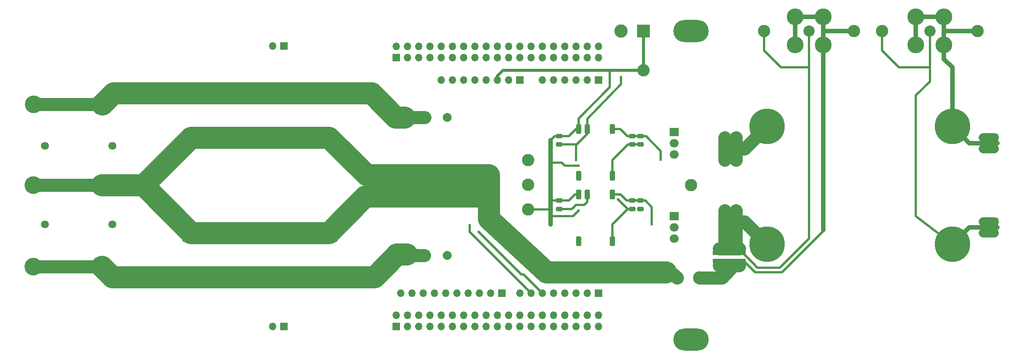
<source format=gbr>
%TF.GenerationSoftware,KiCad,Pcbnew,8.0.8*%
%TF.CreationDate,2025-05-22T14:29:20-05:00*%
%TF.ProjectId,ST2402,53543234-3032-42e6-9b69-6361645f7063,1*%
%TF.SameCoordinates,Original*%
%TF.FileFunction,Copper,L2,Bot*%
%TF.FilePolarity,Positive*%
%FSLAX46Y46*%
G04 Gerber Fmt 4.6, Leading zero omitted, Abs format (unit mm)*
G04 Created by KiCad (PCBNEW 8.0.8) date 2025-05-22 14:29:20*
%MOMM*%
%LPD*%
G01*
G04 APERTURE LIST*
G04 Aperture macros list*
%AMRoundRect*
0 Rectangle with rounded corners*
0 $1 Rounding radius*
0 $2 $3 $4 $5 $6 $7 $8 $9 X,Y pos of 4 corners*
0 Add a 4 corners polygon primitive as box body*
4,1,4,$2,$3,$4,$5,$6,$7,$8,$9,$2,$3,0*
0 Add four circle primitives for the rounded corners*
1,1,$1+$1,$2,$3*
1,1,$1+$1,$4,$5*
1,1,$1+$1,$6,$7*
1,1,$1+$1,$8,$9*
0 Add four rect primitives between the rounded corners*
20,1,$1+$1,$2,$3,$4,$5,0*
20,1,$1+$1,$4,$5,$6,$7,0*
20,1,$1+$1,$6,$7,$8,$9,0*
20,1,$1+$1,$8,$9,$2,$3,0*%
G04 Aperture macros list end*
%TA.AperFunction,ComponentPad*%
%ADD10O,8.000000X5.000000*%
%TD*%
%TA.AperFunction,ComponentPad*%
%ADD11C,2.800000*%
%TD*%
%TA.AperFunction,ComponentPad*%
%ADD12C,2.540000*%
%TD*%
%TA.AperFunction,ComponentPad*%
%ADD13C,3.810000*%
%TD*%
%TA.AperFunction,ComponentPad*%
%ADD14C,2.000000*%
%TD*%
%TA.AperFunction,ComponentPad*%
%ADD15R,1.700000X1.700000*%
%TD*%
%TA.AperFunction,ComponentPad*%
%ADD16O,1.700000X1.700000*%
%TD*%
%TA.AperFunction,ComponentPad*%
%ADD17R,2.000000X1.905000*%
%TD*%
%TA.AperFunction,ComponentPad*%
%ADD18O,2.000000X1.905000*%
%TD*%
%TA.AperFunction,ComponentPad*%
%ADD19C,8.000000*%
%TD*%
%TA.AperFunction,ComponentPad*%
%ADD20C,3.000000*%
%TD*%
%TA.AperFunction,ComponentPad*%
%ADD21R,3.000000X3.000000*%
%TD*%
%TA.AperFunction,ComponentPad*%
%ADD22C,1.800000*%
%TD*%
%TA.AperFunction,ComponentPad*%
%ADD23R,4.000000X4.000000*%
%TD*%
%TA.AperFunction,ComponentPad*%
%ADD24C,4.000000*%
%TD*%
%TA.AperFunction,SMDPad,CuDef*%
%ADD25RoundRect,0.300000X-0.300000X-0.800000X0.300000X-0.800000X0.300000X0.800000X-0.300000X0.800000X0*%
%TD*%
%TA.AperFunction,SMDPad,CuDef*%
%ADD26RoundRect,0.250000X0.475000X-0.250000X0.475000X0.250000X-0.475000X0.250000X-0.475000X-0.250000X0*%
%TD*%
%TA.AperFunction,SMDPad,CuDef*%
%ADD27RoundRect,0.250000X0.450000X-0.262500X0.450000X0.262500X-0.450000X0.262500X-0.450000X-0.262500X0*%
%TD*%
%TA.AperFunction,ViaPad*%
%ADD28C,0.600000*%
%TD*%
%TA.AperFunction,Conductor*%
%ADD29C,0.500000*%
%TD*%
%TA.AperFunction,Conductor*%
%ADD30C,0.700000*%
%TD*%
%TA.AperFunction,Conductor*%
%ADD31C,1.000000*%
%TD*%
%TA.AperFunction,Conductor*%
%ADD32C,3.000000*%
%TD*%
%TA.AperFunction,Conductor*%
%ADD33C,5.000000*%
%TD*%
%TA.AperFunction,Conductor*%
%ADD34C,2.000000*%
%TD*%
G04 APERTURE END LIST*
D10*
%TO.P,TP2,1,1*%
%TO.N,Net-(J19-In)*%
X184150000Y-132080000D03*
%TD*%
%TO.P,TP1,1,1*%
%TO.N,FIX_A*%
X184150000Y-62230000D03*
%TD*%
D11*
%TO.P,TP12,1,1*%
%TO.N,GND*%
X173355000Y-71120000D03*
%TD*%
%TO.P,TP11,1,1*%
%TO.N,GND*%
X147320000Y-102616000D03*
%TD*%
%TO.P,TP6,1,1*%
%TO.N,FIX_A*%
X184150000Y-97155000D03*
%TD*%
%TO.P,TP15,1,1*%
%TO.N,Net-(J18-Pin_1)*%
X220980000Y-62230000D03*
%TD*%
%TO.P,TP14,1,1*%
%TO.N,Net-(J19-In)*%
X200660000Y-62230000D03*
%TD*%
%TO.P,TP13,1,1*%
%TO.N,Net-(J12-Pin_1)*%
X248920000Y-62230000D03*
%TD*%
%TO.P,TP10,1,1*%
%TO.N,Net-(J11-Pin_1)*%
X227330000Y-62230000D03*
%TD*%
%TO.P,TP5,1,1*%
%TO.N,PWM_L*%
X147320000Y-97028000D03*
%TD*%
%TO.P,TP4,1,1*%
%TO.N,PWM_U*%
X147320000Y-91440000D03*
%TD*%
D12*
%TO.P,J19,1,In*%
%TO.N,Net-(J19-In)*%
X210820000Y-62230000D03*
D13*
%TO.P,J19,2,Ext*%
%TO.N,Net-(J18-Pin_1)*%
X207645000Y-59055000D03*
X207645000Y-65405000D03*
X213995000Y-59055000D03*
X213995000Y-65405000D03*
%TD*%
D12*
%TO.P,J13,1,In*%
%TO.N,Net-(J11-Pin_1)*%
X238125000Y-62230000D03*
D13*
%TO.P,J13,2,Ext*%
%TO.N,Net-(J12-Pin_1)*%
X234950000Y-59055000D03*
X234950000Y-65405000D03*
X241300000Y-59055000D03*
X241300000Y-65405000D03*
%TD*%
D14*
%TO.P,F2,1*%
%TO.N,Net-(Q2-S)*%
X129032000Y-113040000D03*
%TO.P,F2,2*%
%TO.N,Net-(J17-Pin_1)*%
X123952000Y-113030000D03*
%TD*%
D15*
%TO.P,J11,1,Pin_1*%
%TO.N,Net-(J11-Pin_1)*%
X252750000Y-105430000D03*
D16*
%TO.P,J11,2,Pin_2*%
X250210000Y-105430000D03*
%TO.P,J11,3,Pin_3*%
X252750000Y-107970000D03*
%TO.P,J11,4,Pin_4*%
X250210000Y-107970000D03*
%TD*%
D17*
%TO.P,Q1,1,G*%
%TO.N,Net-(Q1-G)*%
X180340000Y-85090000D03*
D18*
%TO.P,Q1,2,D*%
%TO.N,Net-(Q1-D)*%
X180340000Y-87630000D03*
%TO.P,Q1,3,S*%
%TO.N,FIX_A*%
X180340000Y-90170000D03*
%TD*%
D15*
%TO.P,J22,1,Pin_1*%
%TO.N,Net-(J19-In)*%
X191765000Y-102885000D03*
D16*
%TO.P,J22,2,Pin_2*%
X194305000Y-102885000D03*
%TO.P,J22,3,Pin_3*%
X191765000Y-105425000D03*
%TO.P,J22,4,Pin_4*%
X194305000Y-105425000D03*
%TO.P,J22,5,Pin_5*%
X191765000Y-107965000D03*
%TO.P,J22,6,Pin_6*%
X194305000Y-107965000D03*
%TD*%
D15*
%TO.P,J2,1,Pin_1*%
%TO.N,unconnected-(J2-Pin_1-Pad1)*%
X117475000Y-68275000D03*
D16*
%TO.P,J2,2,Pin_2*%
%TO.N,unconnected-(J2-Pin_2-Pad2)*%
X117475000Y-65735000D03*
%TO.P,J2,3,Pin_3*%
%TO.N,unconnected-(J2-Pin_3-Pad3)*%
X120015000Y-68275000D03*
%TO.P,J2,4,Pin_4*%
%TO.N,unconnected-(J2-Pin_4-Pad4)*%
X120015000Y-65735000D03*
%TO.P,J2,5,Pin_5*%
%TO.N,unconnected-(J2-Pin_5-Pad5)*%
X122555000Y-68275000D03*
%TO.P,J2,6,Pin_6*%
%TO.N,unconnected-(J2-Pin_6-Pad6)*%
X122555000Y-65735000D03*
%TO.P,J2,7,Pin_7*%
%TO.N,unconnected-(J2-Pin_7-Pad7)*%
X125095000Y-68275000D03*
%TO.P,J2,8,Pin_8*%
%TO.N,unconnected-(J2-Pin_8-Pad8)*%
X125095000Y-65735000D03*
%TO.P,J2,9,Pin_9*%
%TO.N,unconnected-(J2-Pin_9-Pad9)*%
X127635000Y-68275000D03*
%TO.P,J2,10,Pin_10*%
%TO.N,unconnected-(J2-Pin_10-Pad10)*%
X127635000Y-65735000D03*
%TO.P,J2,11,Pin_11*%
%TO.N,unconnected-(J2-Pin_11-Pad11)*%
X130175000Y-68275000D03*
%TO.P,J2,12,Pin_12*%
%TO.N,unconnected-(J2-Pin_12-Pad12)*%
X130175000Y-65735000D03*
%TO.P,J2,13,Pin_13*%
%TO.N,unconnected-(J2-Pin_13-Pad13)*%
X132715000Y-68275000D03*
%TO.P,J2,14,Pin_14*%
%TO.N,unconnected-(J2-Pin_14-Pad14)*%
X132715000Y-65735000D03*
%TO.P,J2,15,Pin_15*%
%TO.N,unconnected-(J2-Pin_15-Pad15)*%
X135255000Y-68275000D03*
%TO.P,J2,16,Pin_16*%
%TO.N,unconnected-(J2-Pin_16-Pad16)*%
X135255000Y-65735000D03*
%TO.P,J2,17,Pin_17*%
%TO.N,unconnected-(J2-Pin_17-Pad17)*%
X137795000Y-68275000D03*
%TO.P,J2,18,Pin_18*%
%TO.N,unconnected-(J2-Pin_18-Pad18)*%
X137795000Y-65735000D03*
%TO.P,J2,19,Pin_19*%
%TO.N,unconnected-(J2-Pin_19-Pad19)*%
X140335000Y-68275000D03*
%TO.P,J2,20,Pin_20*%
%TO.N,unconnected-(J2-Pin_20-Pad20)*%
X140335000Y-65735000D03*
%TO.P,J2,21,Pin_21*%
%TO.N,unconnected-(J2-Pin_21-Pad21)*%
X142875000Y-68275000D03*
%TO.P,J2,22,Pin_22*%
%TO.N,unconnected-(J2-Pin_22-Pad22)*%
X142875000Y-65735000D03*
%TO.P,J2,23,Pin_23*%
%TO.N,unconnected-(J2-Pin_23-Pad23)*%
X145415000Y-68275000D03*
%TO.P,J2,24,Pin_24*%
%TO.N,unconnected-(J2-Pin_24-Pad24)*%
X145415000Y-65735000D03*
%TO.P,J2,25,Pin_25*%
%TO.N,unconnected-(J2-Pin_25-Pad25)*%
X147955000Y-68275000D03*
%TO.P,J2,26,Pin_26*%
%TO.N,unconnected-(J2-Pin_26-Pad26)*%
X147955000Y-65735000D03*
%TO.P,J2,27,Pin_27*%
%TO.N,unconnected-(J2-Pin_27-Pad27)*%
X150495000Y-68275000D03*
%TO.P,J2,28,Pin_28*%
%TO.N,unconnected-(J2-Pin_28-Pad28)*%
X150495000Y-65735000D03*
%TO.P,J2,29,Pin_29*%
%TO.N,unconnected-(J2-Pin_29-Pad29)*%
X153035000Y-68275000D03*
%TO.P,J2,30,Pin_30*%
%TO.N,unconnected-(J2-Pin_30-Pad30)*%
X153035000Y-65735000D03*
%TO.P,J2,31,Pin_31*%
%TO.N,unconnected-(J2-Pin_31-Pad31)*%
X155575000Y-68275000D03*
%TO.P,J2,32,Pin_32*%
%TO.N,unconnected-(J2-Pin_32-Pad32)*%
X155575000Y-65735000D03*
%TO.P,J2,33,Pin_33*%
%TO.N,unconnected-(J2-Pin_33-Pad33)*%
X158115000Y-68275000D03*
%TO.P,J2,34,Pin_34*%
%TO.N,unconnected-(J2-Pin_34-Pad34)*%
X158115000Y-65735000D03*
%TO.P,J2,35,Pin_35*%
%TO.N,unconnected-(J2-Pin_35-Pad35)*%
X160655000Y-68275000D03*
%TO.P,J2,36,Pin_36*%
%TO.N,unconnected-(J2-Pin_36-Pad36)*%
X160655000Y-65735000D03*
%TO.P,J2,37,Pin_37*%
%TO.N,unconnected-(J2-Pin_37-Pad37)*%
X163195000Y-68275000D03*
%TO.P,J2,38,Pin_38*%
%TO.N,unconnected-(J2-Pin_38-Pad38)*%
X163195000Y-65735000D03*
%TD*%
D15*
%TO.P,J12,1,Pin_1*%
%TO.N,Net-(J12-Pin_1)*%
X252750000Y-86380000D03*
D16*
%TO.P,J12,2,Pin_2*%
X250210000Y-86380000D03*
%TO.P,J12,3,Pin_3*%
X252750000Y-88920000D03*
%TO.P,J12,4,Pin_4*%
X250210000Y-88920000D03*
%TD*%
D15*
%TO.P,J4,1,Pin_1*%
%TO.N,unconnected-(J4-Pin_1-Pad1)*%
X145415000Y-73355000D03*
D16*
%TO.P,J4,2,Pin_2*%
%TO.N,unconnected-(J4-Pin_2-Pad2)*%
X142875000Y-73355000D03*
%TO.P,J4,3,Pin_3*%
%TO.N,GND*%
X140335000Y-73355000D03*
%TO.P,J4,4,Pin_4*%
%TO.N,5V*%
X137795000Y-73355000D03*
%TO.P,J4,5,Pin_5*%
%TO.N,unconnected-(J4-Pin_5-Pad5)*%
X135255000Y-73355000D03*
%TO.P,J4,6,Pin_6*%
%TO.N,unconnected-(J4-Pin_6-Pad6)*%
X132715000Y-73355000D03*
%TO.P,J4,7,Pin_7*%
%TO.N,unconnected-(J4-Pin_7-Pad7)*%
X130175000Y-73355000D03*
%TO.P,J4,8,Pin_8*%
%TO.N,unconnected-(J4-Pin_8-Pad8)*%
X127635000Y-73355000D03*
%TD*%
D19*
%TO.P,TP18,1,1*%
%TO.N,Net-(J12-Pin_1)*%
X243205000Y-83820000D03*
%TD*%
D20*
%TO.P,J14,1,Pin_1*%
%TO.N,FIX_B*%
X180975000Y-118110000D03*
%TD*%
D21*
%TO.P,J9,1,Pin_1*%
%TO.N,GND*%
X173355000Y-62230000D03*
D20*
%TO.P,J9,2,Pin_2*%
%TO.N,Net-(J9-Pin_2)*%
X168275000Y-62230000D03*
%TD*%
D14*
%TO.P,F1,1*%
%TO.N,Net-(Q1-D)*%
X129032000Y-81798000D03*
%TO.P,F1,2*%
%TO.N,Net-(J15-Pin_1)*%
X123952000Y-81788000D03*
%TD*%
D22*
%TO.P,R9,1*%
%TO.N,Net-(J15-Pin_1)*%
X38100000Y-88265000D03*
%TO.P,R9,2*%
%TO.N,FIX_B*%
X53340000Y-88265000D03*
%TD*%
D19*
%TO.P,TP17,1,1*%
%TO.N,Net-(J19-In)*%
X201295000Y-110490000D03*
%TD*%
D23*
%TO.P,C14,1*%
%TO.N,FIX_B*%
X102235000Y-107950000D03*
D24*
%TO.P,C14,2*%
%TO.N,Net-(J17-Pin_1)*%
X102235000Y-117950000D03*
%TD*%
D15*
%TO.P,J1,1,Pin_1*%
%TO.N,unconnected-(J1-Pin_1-Pad1)*%
X117475000Y-129185000D03*
D16*
%TO.P,J1,2,Pin_2*%
%TO.N,unconnected-(J1-Pin_2-Pad2)*%
X117475000Y-126645000D03*
%TO.P,J1,3,Pin_3*%
%TO.N,unconnected-(J1-Pin_3-Pad3)*%
X120015000Y-129185000D03*
%TO.P,J1,4,Pin_4*%
%TO.N,unconnected-(J1-Pin_4-Pad4)*%
X120015000Y-126645000D03*
%TO.P,J1,5,Pin_5*%
%TO.N,unconnected-(J1-Pin_5-Pad5)*%
X122555000Y-129185000D03*
%TO.P,J1,6,Pin_6*%
%TO.N,unconnected-(J1-Pin_6-Pad6)*%
X122555000Y-126645000D03*
%TO.P,J1,7,Pin_7*%
%TO.N,unconnected-(J1-Pin_7-Pad7)*%
X125095000Y-129185000D03*
%TO.P,J1,8,Pin_8*%
%TO.N,unconnected-(J1-Pin_8-Pad8)*%
X125095000Y-126645000D03*
%TO.P,J1,9,Pin_9*%
%TO.N,unconnected-(J1-Pin_9-Pad9)*%
X127635000Y-129185000D03*
%TO.P,J1,10,Pin_10*%
%TO.N,unconnected-(J1-Pin_10-Pad10)*%
X127635000Y-126645000D03*
%TO.P,J1,11,Pin_11*%
%TO.N,unconnected-(J1-Pin_11-Pad11)*%
X130175000Y-129185000D03*
%TO.P,J1,12,Pin_12*%
%TO.N,unconnected-(J1-Pin_12-Pad12)*%
X130175000Y-126645000D03*
%TO.P,J1,13,Pin_13*%
%TO.N,unconnected-(J1-Pin_13-Pad13)*%
X132715000Y-129185000D03*
%TO.P,J1,14,Pin_14*%
%TO.N,unconnected-(J1-Pin_14-Pad14)*%
X132715000Y-126645000D03*
%TO.P,J1,15,Pin_15*%
%TO.N,unconnected-(J1-Pin_15-Pad15)*%
X135255000Y-129185000D03*
%TO.P,J1,16,Pin_16*%
%TO.N,unconnected-(J1-Pin_16-Pad16)*%
X135255000Y-126645000D03*
%TO.P,J1,17,Pin_17*%
%TO.N,unconnected-(J1-Pin_17-Pad17)*%
X137795000Y-129185000D03*
%TO.P,J1,18,Pin_18*%
%TO.N,unconnected-(J1-Pin_18-Pad18)*%
X137795000Y-126645000D03*
%TO.P,J1,19,Pin_19*%
%TO.N,unconnected-(J1-Pin_19-Pad19)*%
X140335000Y-129185000D03*
%TO.P,J1,20,Pin_20*%
%TO.N,unconnected-(J1-Pin_20-Pad20)*%
X140335000Y-126645000D03*
%TO.P,J1,21,Pin_21*%
%TO.N,unconnected-(J1-Pin_21-Pad21)*%
X142875000Y-129185000D03*
%TO.P,J1,22,Pin_22*%
%TO.N,unconnected-(J1-Pin_22-Pad22)*%
X142875000Y-126645000D03*
%TO.P,J1,23,Pin_23*%
%TO.N,unconnected-(J1-Pin_23-Pad23)*%
X145415000Y-129185000D03*
%TO.P,J1,24,Pin_24*%
%TO.N,unconnected-(J1-Pin_24-Pad24)*%
X145415000Y-126645000D03*
%TO.P,J1,25,Pin_25*%
%TO.N,unconnected-(J1-Pin_25-Pad25)*%
X147955000Y-129185000D03*
%TO.P,J1,26,Pin_26*%
%TO.N,unconnected-(J1-Pin_26-Pad26)*%
X147955000Y-126645000D03*
%TO.P,J1,27,Pin_27*%
%TO.N,unconnected-(J1-Pin_27-Pad27)*%
X150495000Y-129185000D03*
%TO.P,J1,28,Pin_28*%
%TO.N,unconnected-(J1-Pin_28-Pad28)*%
X150495000Y-126645000D03*
%TO.P,J1,29,Pin_29*%
%TO.N,unconnected-(J1-Pin_29-Pad29)*%
X153035000Y-129185000D03*
%TO.P,J1,30,Pin_30*%
%TO.N,unconnected-(J1-Pin_30-Pad30)*%
X153035000Y-126645000D03*
%TO.P,J1,31,Pin_31*%
%TO.N,unconnected-(J1-Pin_31-Pad31)*%
X155575000Y-129185000D03*
%TO.P,J1,32,Pin_32*%
%TO.N,unconnected-(J1-Pin_32-Pad32)*%
X155575000Y-126645000D03*
%TO.P,J1,33,Pin_33*%
%TO.N,unconnected-(J1-Pin_33-Pad33)*%
X158115000Y-129185000D03*
%TO.P,J1,34,Pin_34*%
%TO.N,unconnected-(J1-Pin_34-Pad34)*%
X158115000Y-126645000D03*
%TO.P,J1,35,Pin_35*%
%TO.N,unconnected-(J1-Pin_35-Pad35)*%
X160655000Y-129185000D03*
%TO.P,J1,36,Pin_36*%
%TO.N,unconnected-(J1-Pin_36-Pad36)*%
X160655000Y-126645000D03*
%TO.P,J1,37,Pin_37*%
%TO.N,unconnected-(J1-Pin_37-Pad37)*%
X163195000Y-129185000D03*
%TO.P,J1,38,Pin_38*%
%TO.N,unconnected-(J1-Pin_38-Pad38)*%
X163195000Y-126645000D03*
%TD*%
D23*
%TO.P,C10,1*%
%TO.N,Net-(J15-Pin_1)*%
X71120000Y-76360000D03*
D24*
%TO.P,C10,2*%
%TO.N,FIX_B*%
X71120000Y-86360000D03*
%TD*%
D15*
%TO.P,J8,1,Pin_1*%
%TO.N,unconnected-(J8-Pin_1-Pad1)*%
X92075000Y-65659000D03*
D16*
%TO.P,J8,2,Pin_2*%
%TO.N,unconnected-(J8-Pin_2-Pad2)*%
X89535000Y-65659000D03*
%TD*%
D15*
%TO.P,J6,1,Pin_1*%
%TO.N,unconnected-(J6-Pin_1-Pad1)*%
X141395000Y-121585000D03*
D16*
%TO.P,J6,2,Pin_2*%
%TO.N,unconnected-(J6-Pin_2-Pad2)*%
X138855000Y-121585000D03*
%TO.P,J6,3,Pin_3*%
%TO.N,unconnected-(J6-Pin_3-Pad3)*%
X136315000Y-121585000D03*
%TO.P,J6,4,Pin_4*%
%TO.N,unconnected-(J6-Pin_4-Pad4)*%
X133775000Y-121585000D03*
%TO.P,J6,5,Pin_5*%
%TO.N,unconnected-(J6-Pin_5-Pad5)*%
X131235000Y-121585000D03*
%TO.P,J6,6,Pin_6*%
%TO.N,unconnected-(J6-Pin_6-Pad6)*%
X128695000Y-121585000D03*
%TO.P,J6,7,Pin_7*%
%TO.N,unconnected-(J6-Pin_7-Pad7)*%
X126155000Y-121585000D03*
%TO.P,J6,8,Pin_8*%
%TO.N,unconnected-(J6-Pin_8-Pad8)*%
X123615000Y-121585000D03*
%TO.P,J6,9,Pin_9*%
%TO.N,unconnected-(J6-Pin_9-Pad9)*%
X121075000Y-121585000D03*
%TO.P,J6,10,Pin_10*%
%TO.N,unconnected-(J6-Pin_10-Pad10)*%
X118535000Y-121585000D03*
%TD*%
D20*
%TO.P,J18,1,Pin_1*%
%TO.N,Net-(J18-Pin_1)*%
X186055000Y-118110000D03*
%TD*%
D24*
%TO.P,J16,1,Pin_1*%
%TO.N,FIX_B*%
X50930000Y-97155000D03*
X35430000Y-97155000D03*
%TD*%
D17*
%TO.P,Q2,1,G*%
%TO.N,Net-(Q2-G)*%
X180340000Y-104140000D03*
D18*
%TO.P,Q2,2,D*%
%TO.N,FIX_A*%
X180340000Y-106680000D03*
%TO.P,Q2,3,S*%
%TO.N,Net-(Q2-S)*%
X180340000Y-109220000D03*
%TD*%
D15*
%TO.P,J5,1,Pin_1*%
%TO.N,unconnected-(J5-Pin_1-Pad1)*%
X163195000Y-73355000D03*
D16*
%TO.P,J5,2,Pin_2*%
%TO.N,unconnected-(J5-Pin_2-Pad2)*%
X160655000Y-73355000D03*
%TO.P,J5,3,Pin_3*%
%TO.N,unconnected-(J5-Pin_3-Pad3)*%
X158115000Y-73355000D03*
%TO.P,J5,4,Pin_4*%
%TO.N,unconnected-(J5-Pin_4-Pad4)*%
X155575000Y-73355000D03*
%TO.P,J5,5,Pin_5*%
%TO.N,unconnected-(J5-Pin_5-Pad5)*%
X153035000Y-73355000D03*
%TO.P,J5,6,Pin_6*%
%TO.N,unconnected-(J5-Pin_6-Pad6)*%
X150495000Y-73355000D03*
%TD*%
D19*
%TO.P,TP16,1,1*%
%TO.N,FIX_A*%
X201295000Y-83820000D03*
%TD*%
D22*
%TO.P,R10,1*%
%TO.N,FIX_B*%
X53340000Y-106045000D03*
%TO.P,R10,2*%
%TO.N,Net-(J17-Pin_1)*%
X38100000Y-106045000D03*
%TD*%
D24*
%TO.P,J17,1,Pin_1*%
%TO.N,Net-(J17-Pin_1)*%
X50930000Y-115570000D03*
X35430000Y-115570000D03*
%TD*%
%TO.P,J15,1,Pin_1*%
%TO.N,Net-(J15-Pin_1)*%
X51060000Y-78900000D03*
X35560000Y-78900000D03*
%TD*%
D23*
%TO.P,C13,1*%
%TO.N,FIX_B*%
X71120000Y-107950000D03*
D24*
%TO.P,C13,2*%
%TO.N,Net-(J17-Pin_1)*%
X71120000Y-117950000D03*
%TD*%
D15*
%TO.P,J7,1,Pin_1*%
%TO.N,unconnected-(J7-Pin_1-Pad1)*%
X92075000Y-129185000D03*
D16*
%TO.P,J7,2,Pin_2*%
%TO.N,unconnected-(J7-Pin_2-Pad2)*%
X89535000Y-129185000D03*
%TD*%
D15*
%TO.P,J3,1,Pin_1*%
%TO.N,unconnected-(J3-Pin_1-Pad1)*%
X163195000Y-121585000D03*
D16*
%TO.P,J3,2,Pin_2*%
%TO.N,unconnected-(J3-Pin_2-Pad2)*%
X160655000Y-121585000D03*
%TO.P,J3,3,Pin_3*%
%TO.N,unconnected-(J3-Pin_3-Pad3)*%
X158115000Y-121585000D03*
%TO.P,J3,4,Pin_4*%
%TO.N,unconnected-(J3-Pin_4-Pad4)*%
X155575000Y-121585000D03*
%TO.P,J3,5,Pin_5*%
%TO.N,unconnected-(J3-Pin_5-Pad5)*%
X153035000Y-121585000D03*
%TO.P,J3,6,Pin_6*%
%TO.N,PWM_L*%
X150495000Y-121585000D03*
%TO.P,J3,7,Pin_7*%
%TO.N,PWM_U*%
X147955000Y-121585000D03*
%TO.P,J3,8,Pin_8*%
%TO.N,unconnected-(J3-Pin_8-Pad8)*%
X145415000Y-121585000D03*
%TD*%
D15*
%TO.P,J21,1,Pin_1*%
%TO.N,FIX_A*%
X191770000Y-86360000D03*
D16*
%TO.P,J21,2,Pin_2*%
X194310000Y-86360000D03*
%TO.P,J21,3,Pin_3*%
X191770000Y-88900000D03*
%TO.P,J21,4,Pin_4*%
X194310000Y-88900000D03*
%TO.P,J21,5,Pin_5*%
X191770000Y-91440000D03*
%TO.P,J21,6,Pin_6*%
X194310000Y-91440000D03*
%TD*%
D19*
%TO.P,TP19,1,1*%
%TO.N,Net-(J11-Pin_1)*%
X243205000Y-110490000D03*
%TD*%
D23*
%TO.P,C11,1*%
%TO.N,Net-(J15-Pin_1)*%
X102235000Y-76360000D03*
D24*
%TO.P,C11,2*%
%TO.N,FIX_B*%
X102235000Y-86360000D03*
%TD*%
D25*
%TO.P,U7,1,-Vin*%
%TO.N,GND*%
X158750000Y-99255000D03*
%TO.P,U7,2,+Vin*%
%TO.N,Net-(J9-Pin_2)*%
X160655000Y-99255000D03*
%TO.P,U7,4,-Vout*%
%TO.N,Net-(Q2-S)*%
X166370000Y-99255000D03*
%TO.P,U7,5,+Vout*%
%TO.N,Net-(U7-+Vout)*%
X166370000Y-109855000D03*
%TO.P,U7,8,nc*%
%TO.N,unconnected-(U7-nc-Pad8)*%
X158750000Y-109855000D03*
%TD*%
D26*
%TO.P,C6,1*%
%TO.N,Net-(J9-Pin_2)*%
X154305000Y-87945000D03*
%TO.P,C6,2*%
%TO.N,GND*%
X154305000Y-86045000D03*
%TD*%
%TO.P,C35,1*%
%TO.N,Net-(U7-+Vout)*%
X170815000Y-102550000D03*
%TO.P,C35,2*%
%TO.N,Net-(Q2-S)*%
X170815000Y-100650000D03*
%TD*%
%TO.P,C34,1*%
%TO.N,Net-(U1-+Vout)*%
X170815000Y-87945000D03*
%TO.P,C34,2*%
%TO.N,FIX_A*%
X170815000Y-86045000D03*
%TD*%
D27*
%TO.P,R5,1*%
%TO.N,Net-(J18-Pin_1)*%
X189738000Y-114300000D03*
%TO.P,R5,2*%
%TO.N,Net-(J19-In)*%
X189738000Y-112475000D03*
%TD*%
%TO.P,R6,1*%
%TO.N,Net-(J18-Pin_1)*%
X191770000Y-114300000D03*
%TO.P,R6,2*%
%TO.N,Net-(J19-In)*%
X191770000Y-112475000D03*
%TD*%
%TO.P,R8,1*%
%TO.N,Net-(J18-Pin_1)*%
X195818000Y-114300000D03*
%TO.P,R8,2*%
%TO.N,Net-(J19-In)*%
X195818000Y-112475000D03*
%TD*%
D26*
%TO.P,C4,1*%
%TO.N,Net-(J9-Pin_2)*%
X154305000Y-102550000D03*
%TO.P,C4,2*%
%TO.N,GND*%
X154305000Y-100650000D03*
%TD*%
%TO.P,C36,1*%
%TO.N,Net-(U1-+Vout)*%
X172720000Y-87945000D03*
%TO.P,C36,2*%
%TO.N,FIX_A*%
X172720000Y-86045000D03*
%TD*%
D25*
%TO.P,U1,1,-Vin*%
%TO.N,GND*%
X158750000Y-84455000D03*
%TO.P,U1,2,+Vin*%
%TO.N,Net-(J9-Pin_2)*%
X160655000Y-84455000D03*
%TO.P,U1,4,-Vout*%
%TO.N,FIX_A*%
X166370000Y-84455000D03*
%TO.P,U1,5,+Vout*%
%TO.N,Net-(U1-+Vout)*%
X166370000Y-95055000D03*
%TO.P,U1,8,nc*%
%TO.N,unconnected-(U1-nc-Pad8)*%
X158750000Y-95055000D03*
%TD*%
D27*
%TO.P,R7,1*%
%TO.N,Net-(J18-Pin_1)*%
X193802000Y-114300000D03*
%TO.P,R7,2*%
%TO.N,Net-(J19-In)*%
X193802000Y-112475000D03*
%TD*%
D26*
%TO.P,C37,1*%
%TO.N,Net-(U7-+Vout)*%
X172720000Y-102550000D03*
%TO.P,C37,2*%
%TO.N,Net-(Q2-S)*%
X172720000Y-100650000D03*
%TD*%
D28*
%TO.N,FIX_B*%
X155575000Y-117856000D03*
X156845000Y-117856000D03*
X156210000Y-117856000D03*
X159385000Y-117856000D03*
X160655000Y-117856000D03*
X160020000Y-117856000D03*
%TO.N,Net-(J9-Pin_2)*%
X168275000Y-72644000D03*
%TO.N,Net-(J18-Pin_1)*%
X190500000Y-115316000D03*
X191262000Y-115316000D03*
X192024000Y-115316000D03*
X193548000Y-115316000D03*
%TO.N,Net-(J19-In)*%
X195072000Y-111506000D03*
X193548000Y-111506000D03*
X192024000Y-111506000D03*
X190500000Y-111506000D03*
%TO.N,PWM_L*%
X136144000Y-107696000D03*
%TO.N,PWM_U*%
X134112000Y-106172000D03*
%TO.N,Net-(Q2-S)*%
X175260000Y-106045000D03*
%TO.N,FIX_A*%
X177228500Y-91376500D03*
%TO.N,GND*%
X152400000Y-90170000D03*
X158750000Y-92710000D03*
X152400000Y-92075000D03*
X152400000Y-102235000D03*
X152400000Y-95885000D03*
X158750000Y-102870000D03*
X152400000Y-100330000D03*
X152400000Y-106045000D03*
%TO.N,Net-(J9-Pin_2)*%
X158115000Y-91440000D03*
X158115000Y-101600000D03*
%TO.N,FIX_B*%
X139192000Y-99568000D03*
X139192000Y-93980000D03*
X163195000Y-117856000D03*
X175260000Y-117856000D03*
X139192000Y-100584000D03*
X137160000Y-94996000D03*
X174625000Y-117856000D03*
X138176000Y-93980000D03*
X139192000Y-94996000D03*
X138176000Y-98552000D03*
X139192000Y-96012000D03*
X171450000Y-117856000D03*
X137160000Y-98552000D03*
X138176000Y-96012000D03*
X168275000Y-117856000D03*
X138176000Y-94996000D03*
X163830000Y-117856000D03*
X137160000Y-99568000D03*
X137160000Y-96012000D03*
X175895000Y-117856000D03*
X167005000Y-117856000D03*
X137160000Y-93980000D03*
X138176000Y-99568000D03*
X172085000Y-117856000D03*
X139192000Y-98552000D03*
X137160000Y-100584000D03*
X138176000Y-100584000D03*
X164465000Y-117856000D03*
X170815000Y-117856000D03*
X167640000Y-117856000D03*
%TO.N,Net-(J18-Pin_1)*%
X194310000Y-115316000D03*
X195072000Y-115316000D03*
%TO.N,Net-(J19-In)*%
X194310000Y-111506000D03*
X191262000Y-111506000D03*
%TO.N,Net-(U1-+Vout)*%
X167640000Y-90170000D03*
%TO.N,Net-(U7-+Vout)*%
X167640000Y-100330000D03*
%TD*%
D29*
%TO.N,Net-(J9-Pin_2)*%
X168275000Y-74295000D02*
X168275000Y-72644000D01*
X160655000Y-82169000D02*
X168275000Y-74295000D01*
X160655000Y-84455000D02*
X160655000Y-82169000D01*
%TO.N,GND*%
X165735000Y-74930000D02*
X165735000Y-71120000D01*
X158750000Y-82042000D02*
X165735000Y-74930000D01*
X158750000Y-84455000D02*
X158750000Y-82042000D01*
D30*
X165735000Y-71120000D02*
X173355000Y-71120000D01*
D29*
%TO.N,Net-(J19-In)*%
X210820000Y-62230000D02*
X210820000Y-70485000D01*
X210820000Y-109220000D02*
X204216000Y-115824000D01*
X198628000Y-115316000D02*
X198628000Y-115285000D01*
X198628000Y-115285000D02*
X195818000Y-112475000D01*
X200660000Y-66675000D02*
X204470000Y-70485000D01*
X199136000Y-115824000D02*
X198628000Y-115316000D01*
X200660000Y-62230000D02*
X200660000Y-66675000D01*
X210820000Y-70485000D02*
X210820000Y-109220000D01*
X204470000Y-70485000D02*
X210820000Y-70485000D01*
X204216000Y-115824000D02*
X199136000Y-115824000D01*
D31*
%TO.N,Net-(J18-Pin_1)*%
X213995000Y-65405000D02*
X213995000Y-107315000D01*
D29*
X214122000Y-107442000D02*
X204724000Y-116840000D01*
D31*
%TO.N,Net-(J12-Pin_1)*%
X241300000Y-68580000D02*
X241300000Y-65405000D01*
X243205000Y-70485000D02*
X241300000Y-68580000D01*
X243205000Y-83820000D02*
X243205000Y-70485000D01*
D29*
%TO.N,Net-(J11-Pin_1)*%
X234950000Y-104140000D02*
X243205000Y-110490000D01*
X234950000Y-76835000D02*
X234950000Y-104140000D01*
X238125000Y-73660000D02*
X234950000Y-76835000D01*
X238125000Y-62230000D02*
X238125000Y-73660000D01*
D31*
%TO.N,Net-(J18-Pin_1)*%
X213995000Y-62230000D02*
X213995000Y-65405000D01*
X220980000Y-62230000D02*
X213995000Y-62230000D01*
X213995000Y-59055000D02*
X213995000Y-62230000D01*
%TO.N,Net-(J12-Pin_1)*%
X241300000Y-62230000D02*
X241300000Y-65405000D01*
X248920000Y-62230000D02*
X241300000Y-62230000D01*
X241300000Y-59055000D02*
X241300000Y-62230000D01*
X234950000Y-59055000D02*
X241300000Y-59055000D01*
X234950000Y-65405000D02*
X234950000Y-59055000D01*
%TO.N,Net-(J18-Pin_1)*%
X207645000Y-59055000D02*
X207645000Y-65405000D01*
X207645000Y-59055000D02*
X213995000Y-59055000D01*
%TO.N,Net-(J12-Pin_1)*%
X247015000Y-87630000D02*
X253365000Y-87630000D01*
X243205000Y-83820000D02*
X247015000Y-87630000D01*
%TO.N,Net-(J11-Pin_1)*%
X247015000Y-106680000D02*
X253365000Y-106680000D01*
X243205000Y-110490000D02*
X247015000Y-106680000D01*
%TO.N,GND*%
X152400000Y-104140000D02*
X152400000Y-86995000D01*
D32*
%TO.N,Net-(J19-In)*%
X190500000Y-111506000D02*
X195072000Y-111506000D01*
%TO.N,Net-(J18-Pin_1)*%
X190500000Y-115316000D02*
X195072000Y-115316000D01*
D31*
%TO.N,Net-(J19-In)*%
X194310000Y-111506000D02*
X194310000Y-112475000D01*
D32*
X194305000Y-102885000D02*
X194310000Y-111506000D01*
X191765000Y-102885000D02*
X191770000Y-111506000D01*
D31*
X191770000Y-111506000D02*
X191770000Y-112475000D01*
D29*
%TO.N,Net-(J18-Pin_1)*%
X204724000Y-116840000D02*
X198628000Y-116840000D01*
X198628000Y-116840000D02*
X196088000Y-114300000D01*
X196088000Y-114300000D02*
X195818000Y-114300000D01*
D32*
%TO.N,FIX_A*%
X196215000Y-88900000D02*
X201295000Y-83820000D01*
X194310000Y-88900000D02*
X196215000Y-88900000D01*
%TO.N,Net-(J19-In)*%
X194305000Y-105425000D02*
X196230000Y-105425000D01*
X196230000Y-105425000D02*
X201295000Y-110490000D01*
D29*
%TO.N,Net-(J9-Pin_2)*%
X158115000Y-88094999D02*
X158264999Y-87945000D01*
X158115000Y-91440000D02*
X158115000Y-88094999D01*
X160655000Y-85554999D02*
X160655000Y-84455000D01*
X154305000Y-87945000D02*
X158264999Y-87945000D01*
X158264999Y-87945000D02*
X160655000Y-85554999D01*
D30*
%TO.N,GND*%
X141605000Y-71120000D02*
X167640000Y-71120000D01*
D29*
%TO.N,PWM_L*%
X146258000Y-117348000D02*
X145796000Y-117348000D01*
X150495000Y-121585000D02*
X146258000Y-117348000D01*
%TO.N,PWM_U*%
X147955000Y-121585000D02*
X145796000Y-119426000D01*
X145796000Y-119426000D02*
X145796000Y-119380000D01*
X134112000Y-107696000D02*
X145796000Y-119380000D01*
X134112000Y-106172000D02*
X134112000Y-107696000D01*
%TO.N,PWM_L*%
X136144000Y-107696000D02*
X145796000Y-117348000D01*
%TO.N,GND*%
X147320000Y-102616000D02*
X152400000Y-102616000D01*
%TO.N,Net-(Q2-S)*%
X175260000Y-102108000D02*
X175260000Y-106045000D01*
X173802000Y-100650000D02*
X175260000Y-102108000D01*
X172720000Y-100650000D02*
X173802000Y-100650000D01*
%TO.N,FIX_A*%
X177292000Y-89408000D02*
X177292000Y-91313000D01*
X173929000Y-86045000D02*
X177292000Y-89408000D01*
X177292000Y-91313000D02*
X177228500Y-91376500D01*
X172720000Y-86045000D02*
X173929000Y-86045000D01*
%TO.N,GND*%
X158115000Y-84455000D02*
X156525000Y-86045000D01*
X152720000Y-100650000D02*
X152400000Y-100330000D01*
D30*
X173355000Y-62230000D02*
X173355000Y-71120000D01*
D29*
X154305000Y-100650000D02*
X152720000Y-100650000D01*
D30*
X140335000Y-73355000D02*
X140335000Y-72390000D01*
D29*
X156525000Y-100650000D02*
X154305000Y-100650000D01*
X156525000Y-86045000D02*
X154305000Y-86045000D01*
D30*
X140335000Y-72390000D02*
X141605000Y-71120000D01*
D29*
X158750000Y-92710000D02*
X155575000Y-92710000D01*
X153350000Y-86045000D02*
X152400000Y-86995000D01*
D31*
X152400000Y-104140000D02*
X152400000Y-106045000D01*
D29*
X155575000Y-92710000D02*
X154940000Y-92075000D01*
X158750000Y-84455000D02*
X158115000Y-84455000D01*
X154305000Y-86045000D02*
X153350000Y-86045000D01*
X157920000Y-99255000D02*
X156525000Y-100650000D01*
X158750000Y-102870000D02*
X157480000Y-104140000D01*
X157480000Y-104140000D02*
X152400000Y-104140000D01*
X154940000Y-92075000D02*
X152400000Y-92075000D01*
X158750000Y-99255000D02*
X157920000Y-99255000D01*
%TO.N,Net-(J9-Pin_2)*%
X160655000Y-100965000D02*
X160655000Y-99255000D01*
X154305000Y-102550000D02*
X157165000Y-102550000D01*
X160020000Y-101600000D02*
X160655000Y-100965000D01*
X158115000Y-101600000D02*
X157165000Y-102550000D01*
X158115000Y-101600000D02*
X160020000Y-101600000D01*
%TO.N,FIX_A*%
X166370000Y-84455000D02*
X168115000Y-84455000D01*
X168115000Y-84455000D02*
X169705000Y-86045000D01*
X169705000Y-86045000D02*
X172720000Y-86045000D01*
D31*
X191770000Y-86360000D02*
X194310000Y-86360000D01*
D32*
X194310000Y-86360000D02*
X194310000Y-91440000D01*
X191770000Y-86360000D02*
X191770000Y-91440000D01*
D33*
%TO.N,FIX_B*%
X60325000Y-97155000D02*
X71120000Y-107950000D01*
X60325000Y-97155000D02*
X50930000Y-97155000D01*
D32*
X180340000Y-117475000D02*
X180975000Y-118110000D01*
D33*
X134620000Y-99695000D02*
X110490000Y-99695000D01*
X60325000Y-97155000D02*
X71120000Y-86360000D01*
X151447500Y-116840000D02*
X138430000Y-104775000D01*
X110765000Y-94890000D02*
X102235000Y-86360000D01*
D32*
X138430000Y-99695000D02*
X138430000Y-94890000D01*
D33*
X138430000Y-104775000D02*
X138430000Y-94890000D01*
D32*
X138430000Y-99695000D02*
X138430000Y-97997944D01*
X35430000Y-97155000D02*
X50930000Y-97155000D01*
D33*
X138430000Y-99695000D02*
X134620000Y-99695000D01*
X102235000Y-107950000D02*
X71120000Y-107950000D01*
X110490000Y-99695000D02*
X102235000Y-107950000D01*
X178435000Y-116840000D02*
X151447500Y-116840000D01*
X102235000Y-86360000D02*
X71120000Y-86360000D01*
X138430000Y-94890000D02*
X110765000Y-94890000D01*
D29*
%TO.N,Net-(J11-Pin_1)*%
X227330000Y-66675000D02*
X231140000Y-70485000D01*
X231140000Y-70485000D02*
X238142597Y-70485000D01*
D34*
X250210000Y-107970000D02*
X252750000Y-107970000D01*
X250210000Y-105430000D02*
X252750000Y-105430000D01*
D29*
X227330000Y-62230000D02*
X227330000Y-66675000D01*
D33*
%TO.N,Net-(J17-Pin_1)*%
X117588000Y-112776000D02*
X117588000Y-112917000D01*
X71120000Y-117950000D02*
X53310000Y-117950000D01*
X102235000Y-117950000D02*
X112555000Y-117950000D01*
X53310000Y-117950000D02*
X50930000Y-115570000D01*
X117588000Y-112917000D02*
X112555000Y-117950000D01*
D32*
X123825000Y-113030000D02*
X120142000Y-113030000D01*
X120142000Y-113030000D02*
X119888000Y-112776000D01*
D33*
X117588000Y-112776000D02*
X119888000Y-112776000D01*
X102235000Y-117950000D02*
X71120000Y-117950000D01*
D32*
X50930000Y-115570000D02*
X35430000Y-115570000D01*
D34*
%TO.N,Net-(J12-Pin_1)*%
X250210000Y-88920000D02*
X252750000Y-88920000D01*
X250210000Y-86380000D02*
X252750000Y-86380000D01*
D32*
%TO.N,Net-(J15-Pin_1)*%
X123952000Y-81788000D02*
X119380000Y-81788000D01*
D33*
X117348000Y-81788000D02*
X119380000Y-81788000D01*
X111920000Y-76360000D02*
X117348000Y-81788000D01*
X111920000Y-76360000D02*
X102235000Y-76360000D01*
X53600000Y-76360000D02*
X51060000Y-78900000D01*
D32*
X35560000Y-78900000D02*
X51060000Y-78900000D01*
D33*
X71120000Y-76360000D02*
X53600000Y-76360000D01*
X102235000Y-76360000D02*
X71120000Y-76360000D01*
D31*
%TO.N,Net-(J18-Pin_1)*%
X189738000Y-114300000D02*
X195818000Y-114300000D01*
D32*
X186055000Y-118110000D02*
X191135000Y-118110000D01*
X193040000Y-116205000D02*
X191135000Y-118110000D01*
D31*
%TO.N,Net-(J19-In)*%
X189738000Y-112475000D02*
X195818000Y-112475000D01*
X191765000Y-102885000D02*
X194305000Y-102885000D01*
X191765000Y-107965000D02*
X194305000Y-107965000D01*
D29*
%TO.N,Net-(U1-+Vout)*%
X169865000Y-87945000D02*
X172720000Y-87945000D01*
X167640000Y-90170000D02*
X169865000Y-87945000D01*
X166370000Y-91440000D02*
X167640000Y-90170000D01*
X166370000Y-95055000D02*
X166370000Y-91440000D01*
%TO.N,Net-(U7-+Vout)*%
X169860000Y-102550000D02*
X170815000Y-102550000D01*
X167640000Y-100330000D02*
X169860000Y-102550000D01*
X169860000Y-102555000D02*
X166370000Y-106045000D01*
X166370000Y-106045000D02*
X166370000Y-109855000D01*
X169860000Y-102550000D02*
X169860000Y-102555000D01*
%TO.N,Net-(Q2-S)*%
X169607500Y-100650000D02*
X172720000Y-100650000D01*
X168212500Y-99255000D02*
X169607500Y-100650000D01*
X166370000Y-99255000D02*
X168212500Y-99255000D01*
%TD*%
M02*

</source>
